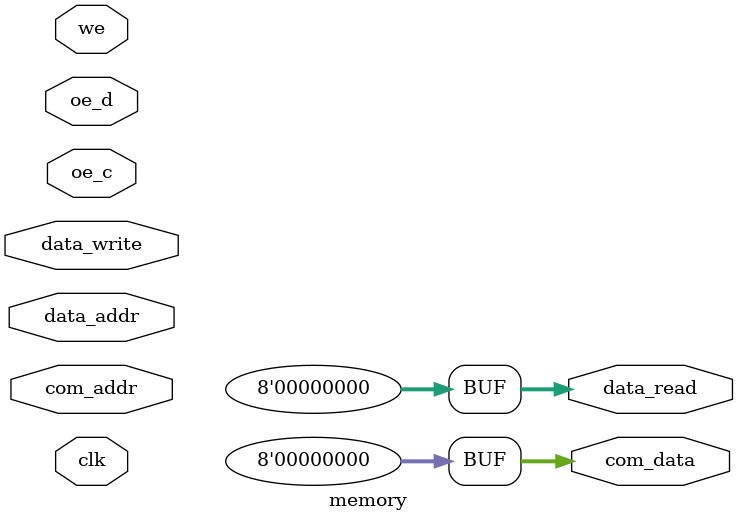
<source format=v>
`timescale 1ns/100ps
module memory (
               input oe_c,
               input oe_d,
               input clk,
               input we,
               input [0:ADDR_WIDTH-1] com_addr,
               input [0:ADDR_WIDTH-1] data_addr,
               output [0:DATA_WIDTH-1] com_data = 0,
               output [0:DATA_WIDTH-1] data_read = 0, 
               input [0:DATA_WIDTH-1] data_write
       );

parameter DATA_WIDTH = 8;
parameter ADDR_WIDTH = 10;
parameter MEM_SIZE = 1 << ADDR_WIDTH; // 1024x8

reg [0:DATA_WIDTH-1] mem [0:MEM_SIZE-1];

always @ (posedge clk & oe_c)
begin
        if (!we) 
        begin
#5                com_data <= mem[com_addr];
        end
end

always @ (posedge clk & oe_d)
begin
        if (we) 
        begin
#5                mem[data_addr] <= data_write;
$display("data write\n");
        end
        if (!we) 
        begin
#5                data_read <= mem[data_addr];
$display("data read\n");
        end
end

endmodule

</source>
